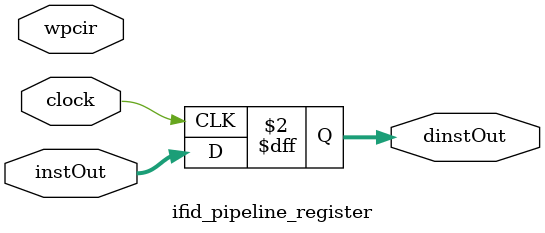
<source format=v>
`timescale 1ns / 1ps


module ifid_pipeline_register(
    input wpcir,
    input [31:0] instOut,
    input clock,
    output reg[31:0] dinstOut
    );
    
    always @ (posedge clock) begin
        dinstOut <= instOut;
    end
endmodule

</source>
